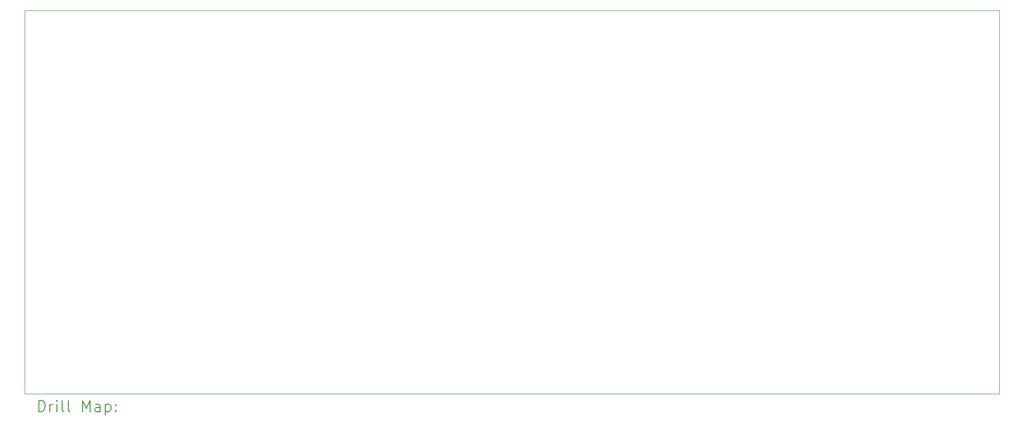
<source format=gbr>
%TF.GenerationSoftware,KiCad,Pcbnew,(6.0.11)*%
%TF.CreationDate,2023-02-08T16:01:08+00:00*%
%TF.ProjectId,StepperDemoPCB,53746570-7065-4724-9465-6d6f5043422e,rev?*%
%TF.SameCoordinates,Original*%
%TF.FileFunction,Drillmap*%
%TF.FilePolarity,Positive*%
%FSLAX45Y45*%
G04 Gerber Fmt 4.5, Leading zero omitted, Abs format (unit mm)*
G04 Created by KiCad (PCBNEW (6.0.11)) date 2023-02-08 16:01:08*
%MOMM*%
%LPD*%
G01*
G04 APERTURE LIST*
%ADD10C,0.100000*%
%ADD11C,0.200000*%
G04 APERTURE END LIST*
D10*
X3300000Y-3450000D02*
X20700000Y-3450000D01*
X20700000Y-3450000D02*
X20700000Y-10300000D01*
X20700000Y-10300000D02*
X3300000Y-10300000D01*
X3300000Y-10300000D02*
X3300000Y-3450000D01*
D11*
X3552619Y-10615476D02*
X3552619Y-10415476D01*
X3600238Y-10415476D01*
X3628809Y-10425000D01*
X3647857Y-10444048D01*
X3657381Y-10463095D01*
X3666905Y-10501190D01*
X3666905Y-10529762D01*
X3657381Y-10567857D01*
X3647857Y-10586905D01*
X3628809Y-10605952D01*
X3600238Y-10615476D01*
X3552619Y-10615476D01*
X3752619Y-10615476D02*
X3752619Y-10482143D01*
X3752619Y-10520238D02*
X3762143Y-10501190D01*
X3771667Y-10491667D01*
X3790714Y-10482143D01*
X3809762Y-10482143D01*
X3876428Y-10615476D02*
X3876428Y-10482143D01*
X3876428Y-10415476D02*
X3866905Y-10425000D01*
X3876428Y-10434524D01*
X3885952Y-10425000D01*
X3876428Y-10415476D01*
X3876428Y-10434524D01*
X4000238Y-10615476D02*
X3981190Y-10605952D01*
X3971667Y-10586905D01*
X3971667Y-10415476D01*
X4105000Y-10615476D02*
X4085952Y-10605952D01*
X4076428Y-10586905D01*
X4076428Y-10415476D01*
X4333571Y-10615476D02*
X4333571Y-10415476D01*
X4400238Y-10558333D01*
X4466905Y-10415476D01*
X4466905Y-10615476D01*
X4647857Y-10615476D02*
X4647857Y-10510714D01*
X4638333Y-10491667D01*
X4619286Y-10482143D01*
X4581190Y-10482143D01*
X4562143Y-10491667D01*
X4647857Y-10605952D02*
X4628810Y-10615476D01*
X4581190Y-10615476D01*
X4562143Y-10605952D01*
X4552619Y-10586905D01*
X4552619Y-10567857D01*
X4562143Y-10548810D01*
X4581190Y-10539286D01*
X4628810Y-10539286D01*
X4647857Y-10529762D01*
X4743095Y-10482143D02*
X4743095Y-10682143D01*
X4743095Y-10491667D02*
X4762143Y-10482143D01*
X4800238Y-10482143D01*
X4819286Y-10491667D01*
X4828810Y-10501190D01*
X4838333Y-10520238D01*
X4838333Y-10577381D01*
X4828810Y-10596429D01*
X4819286Y-10605952D01*
X4800238Y-10615476D01*
X4762143Y-10615476D01*
X4743095Y-10605952D01*
X4924048Y-10596429D02*
X4933571Y-10605952D01*
X4924048Y-10615476D01*
X4914524Y-10605952D01*
X4924048Y-10596429D01*
X4924048Y-10615476D01*
X4924048Y-10491667D02*
X4933571Y-10501190D01*
X4924048Y-10510714D01*
X4914524Y-10501190D01*
X4924048Y-10491667D01*
X4924048Y-10510714D01*
M02*

</source>
